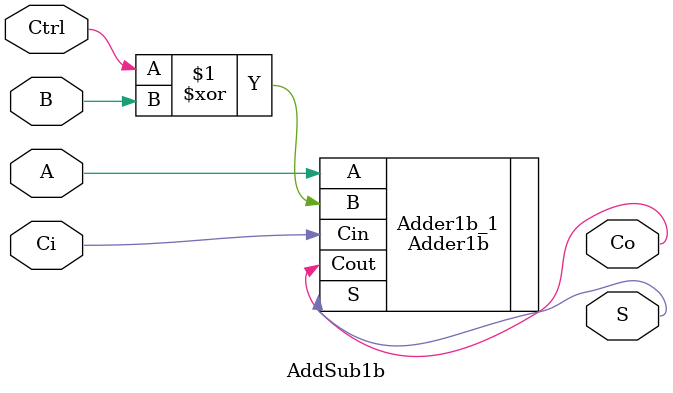
<source format=v>
/******************************************************************************
 ** Logisim-evolution goes FPGA automatic generated Verilog code             **
 ** https://github.com/logisim-evolution/                                    **
 **                                                                          **
 ** Component : AddSub1b                                                     **
 **                                                                          **
 *****************************************************************************/

module AddSub1b( A,
                 B,
                 Ci,
                 Co,
                 Ctrl,
                 S );

   input A;
   input B;
   input Ci;
   input Ctrl;

   output Co;
   output S;

   Adder1b   Adder1b_1 (.A(A),
                        .B(Ctrl^B),
                        .Cin(Ci),
                        .Cout(Co),
                        .S(S));

endmodule

</source>
